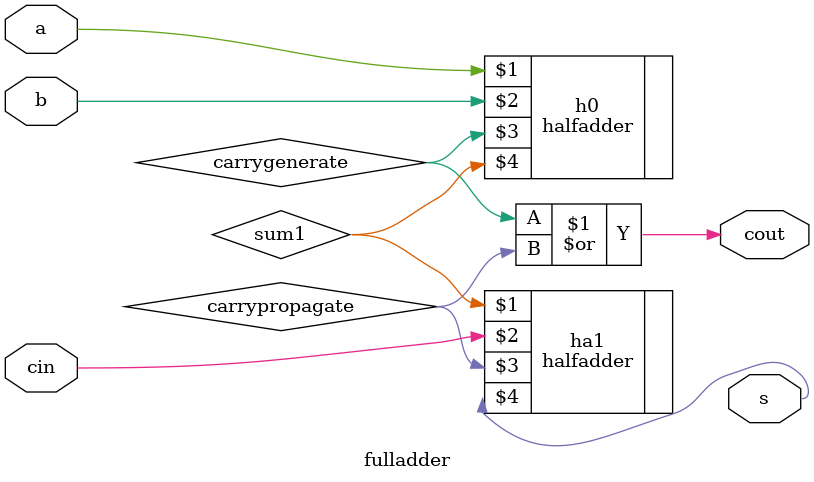
<source format=sv>
`include "halfadder.v"
module fulladder(input a,b,cin,output cout, s);
  wire carrygenerate, carrypropagate, sum1;
  
  halfadder
  h0(a,b,carrygenerate, sum1),
  ha1(sum1, cin, carrypropagate, s);
  
  or
  o1(cout, carrygenerate, carrypropagate);
endmodule

</source>
